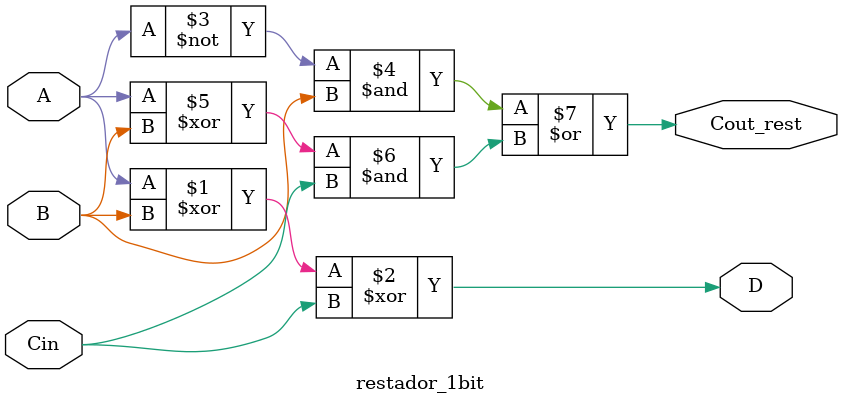
<source format=sv>
module restador_1bit (
    input  logic A,       // Minuendo
    input  logic B,       // Sustraendo
    input  logic Cin,     // Acarreo de entrada (préstamo)
    output logic D,       // Diferencia
    output logic Cout_rest     // Acarreo de salida (préstamo)
);
    assign D = A ^ B ^ Cin; 
    assign Cout_rest = (~A & B) | ((A ^ B) & Cin);
endmodule

</source>
